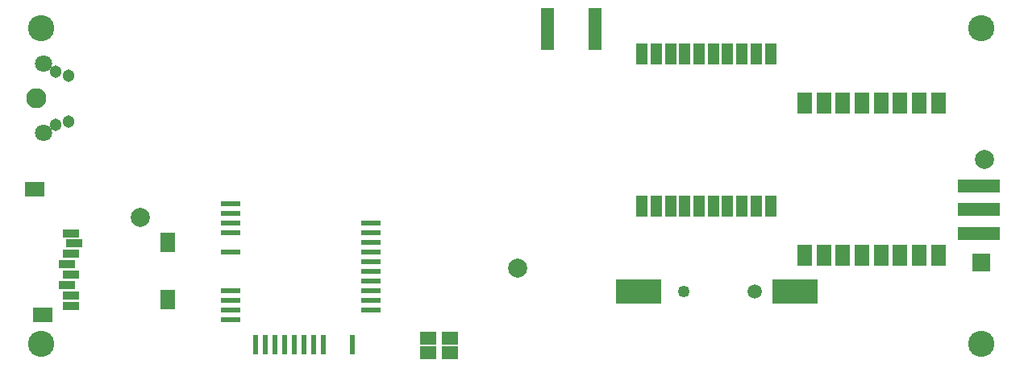
<source format=gbr>
G04 #@! TF.GenerationSoftware,KiCad,Pcbnew,5.0.0-fee4fd1~65~ubuntu16.04.1*
G04 #@! TF.CreationDate,2018-07-27T17:01:29-07:00*
G04 #@! TF.ProjectId,fk-core,666B2D636F72652E6B696361645F7063,0.1*
G04 #@! TF.SameCoordinates,PX791ddc0PY791ddc0*
G04 #@! TF.FileFunction,Soldermask,Bot*
G04 #@! TF.FilePolarity,Negative*
%FSLAX46Y46*%
G04 Gerber Fmt 4.6, Leading zero omitted, Abs format (unit mm)*
G04 Created by KiCad (PCBNEW 5.0.0-fee4fd1~65~ubuntu16.04.1) date Fri Jul 27 17:01:29 2018*
%MOMM*%
%LPD*%
G01*
G04 APERTURE LIST*
%ADD10C,2.103200*%
%ADD11C,1.803200*%
%ADD12C,1.303200*%
%ADD13R,1.701800X0.901700*%
%ADD14R,1.602740X2.001520*%
%ADD15R,2.103120X1.602740*%
%ADD16R,0.600000X2.100000*%
%ADD17R,2.100000X0.600000*%
%ADD18R,1.203960X2.202180*%
%ADD19R,4.703200X2.503200*%
%ADD20C,1.253200*%
%ADD21C,1.503200*%
%ADD22C,2.743200*%
%ADD23R,4.403200X1.473200*%
%ADD24R,1.903200X1.903200*%
%ADD25R,1.473200X4.403200*%
%ADD26C,2.000000*%
%ADD27R,1.503200X2.203200*%
%ADD28R,1.803400X1.371600*%
G04 APERTURE END LIST*
D10*
G04 #@! TO.C,J9*
X-51358500Y8445000D03*
D11*
X-50583500Y4820000D03*
X-50583500Y12070000D03*
D12*
X-47933500Y6020000D03*
X-47933500Y10870000D03*
X-49258500Y11245000D03*
X-49258500Y5645000D03*
G04 #@! TD*
D13*
G04 #@! TO.C,M7*
X-47726600Y-5715000D03*
X-47327820Y-6814820D03*
X-47726600Y-7914640D03*
X-48127920Y-9014460D03*
X-47726600Y-10114280D03*
X-48127920Y-11216640D03*
X-47726600Y-12316460D03*
X-47726600Y-13416280D03*
D14*
X-37528500Y-12715240D03*
X-37528500Y-6715760D03*
D15*
X-50627280Y-14315440D03*
X-51528980Y-1115060D03*
G04 #@! TD*
D16*
G04 #@! TO.C,U1*
X-21182330Y-17449800D03*
X-22198330Y-17449800D03*
X-23214331Y-17449800D03*
X-24230331Y-17449800D03*
X-25246330Y-17449800D03*
X-26262330Y-17449800D03*
X-27278330Y-17449800D03*
X-28294330Y-17449800D03*
X-18134330Y-17449800D03*
D17*
X-30964730Y-11730350D03*
X-30964730Y-12746350D03*
X-30964730Y-13762350D03*
X-30964730Y-14778350D03*
X-30964730Y-7666350D03*
X-30964730Y-5634347D03*
X-30964730Y-4618350D03*
X-30964730Y-3602350D03*
X-30964730Y-2586350D03*
X-16234460Y-13770570D03*
X-16234460Y-12754570D03*
X-16234460Y-11738570D03*
X-16234460Y-10722570D03*
X-16234460Y-9706570D03*
X-16234460Y-8690570D03*
X-16234460Y-7674570D03*
X-16234460Y-6658566D03*
X-16234460Y-5642566D03*
X-16234460Y-4626570D03*
G04 #@! TD*
D18*
G04 #@! TO.C,U10*
X25763220Y-2895600D03*
X24264620Y-2895600D03*
X22763480Y-2895600D03*
X21264880Y-2895600D03*
X19763740Y-2895600D03*
X18265140Y-2895600D03*
X16764000Y-2895600D03*
X15265400Y-2895600D03*
X13764260Y-2895600D03*
X12265660Y-2895600D03*
X12265660Y13106400D03*
X13764260Y13106400D03*
X15265400Y13106400D03*
X16764000Y13106400D03*
X18265140Y13106400D03*
X19763740Y13106400D03*
X21264880Y13106400D03*
X22763480Y13106400D03*
X24264620Y13106400D03*
X25763220Y13106400D03*
G04 #@! TD*
D19*
G04 #@! TO.C,BT1*
X28355000Y-11811000D03*
X11955000Y-11811000D03*
D20*
X16655000Y-11811000D03*
D21*
X24105000Y-11811000D03*
G04 #@! TD*
D22*
G04 #@! TO.C,REF\002A\002A*
X47865000Y15865000D03*
G04 #@! TD*
G04 #@! TO.C,REF\002A\002A*
X-50865000Y15865000D03*
G04 #@! TD*
G04 #@! TO.C,REF\002A\002A*
X-50865000Y-17365000D03*
G04 #@! TD*
G04 #@! TO.C,REF\002A\002A*
X47865000Y-17365000D03*
G04 #@! TD*
D23*
G04 #@! TO.C,J1*
X47669200Y-3251200D03*
X47669200Y-751200D03*
X47669200Y-5751200D03*
G04 #@! TD*
D24*
G04 #@! TO.C,J4*
X47879000Y-8788400D03*
G04 #@! TD*
D25*
G04 #@! TO.C,J11*
X2375400Y15709900D03*
X7375400Y15709900D03*
G04 #@! TD*
D26*
G04 #@! TO.C,M9*
X48234600Y2057400D03*
G04 #@! TD*
G04 #@! TO.C,M10*
X-40411400Y-4038600D03*
G04 #@! TD*
G04 #@! TO.C,M11*
X-774700Y-9372600D03*
G04 #@! TD*
D27*
G04 #@! TO.C,U3*
X29372800Y7936500D03*
X31372800Y7936500D03*
X33372800Y7936500D03*
X35372800Y7936500D03*
X37372800Y7936500D03*
X39372800Y7936500D03*
X41372800Y7936500D03*
X43372800Y7936500D03*
X43372800Y-8063500D03*
X41372800Y-8063500D03*
X39372800Y-8063500D03*
X37372800Y-8063500D03*
X35372800Y-8063500D03*
X33372800Y-8063500D03*
X31372800Y-8063500D03*
X29372800Y-8063500D03*
G04 #@! TD*
D28*
G04 #@! TO.C,J12*
X-7874000Y-16764000D03*
X-7874000Y-18288000D03*
G04 #@! TD*
G04 #@! TO.C,J2*
X-10223500Y-16764000D03*
X-10223500Y-18288000D03*
G04 #@! TD*
M02*

</source>
